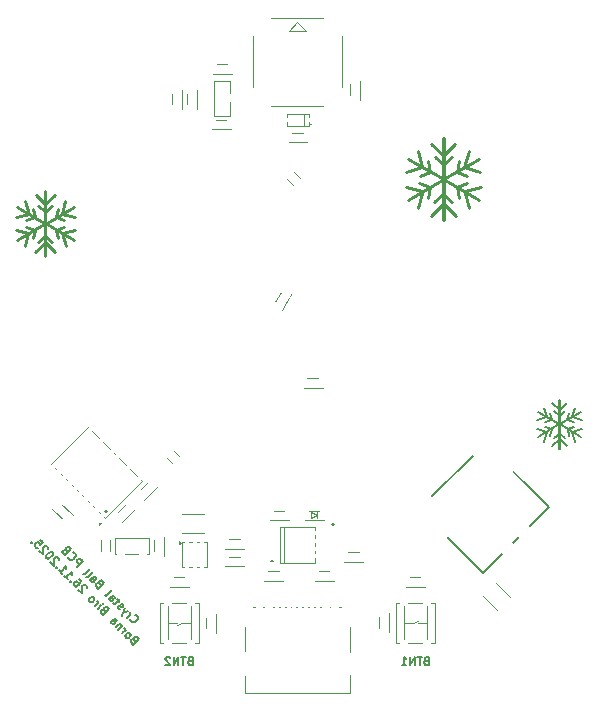
<source format=gbo>
G04 #@! TF.GenerationSoftware,KiCad,Pcbnew,9.0.5*
G04 #@! TF.CreationDate,2025-11-30T01:11:54+01:00*
G04 #@! TF.ProjectId,xmasCrystalBall,786d6173-4372-4797-9374-616c42616c6c,rev?*
G04 #@! TF.SameCoordinates,Original*
G04 #@! TF.FileFunction,Legend,Bot*
G04 #@! TF.FilePolarity,Positive*
%FSLAX46Y46*%
G04 Gerber Fmt 4.6, Leading zero omitted, Abs format (unit mm)*
G04 Created by KiCad (PCBNEW 9.0.5) date 2025-11-30 01:11:54*
%MOMM*%
%LPD*%
G01*
G04 APERTURE LIST*
G04 Aperture macros list*
%AMRoundRect*
0 Rectangle with rounded corners*
0 $1 Rounding radius*
0 $2 $3 $4 $5 $6 $7 $8 $9 X,Y pos of 4 corners*
0 Add a 4 corners polygon primitive as box body*
4,1,4,$2,$3,$4,$5,$6,$7,$8,$9,$2,$3,0*
0 Add four circle primitives for the rounded corners*
1,1,$1+$1,$2,$3*
1,1,$1+$1,$4,$5*
1,1,$1+$1,$6,$7*
1,1,$1+$1,$8,$9*
0 Add four rect primitives between the rounded corners*
20,1,$1+$1,$2,$3,$4,$5,0*
20,1,$1+$1,$4,$5,$6,$7,0*
20,1,$1+$1,$6,$7,$8,$9,0*
20,1,$1+$1,$8,$9,$2,$3,0*%
%AMRotRect*
0 Rectangle, with rotation*
0 The origin of the aperture is its center*
0 $1 length*
0 $2 width*
0 $3 Rotation angle, in degrees counterclockwise*
0 Add horizontal line*
21,1,$1,$2,0,0,$3*%
G04 Aperture macros list end*
%ADD10C,0.162718*%
%ADD11C,0.216958*%
%ADD12C,0.271197*%
%ADD13C,0.271198*%
%ADD14C,0.175000*%
%ADD15C,0.100000*%
%ADD16C,0.127000*%
%ADD17C,0.200000*%
%ADD18C,1.500000*%
%ADD19RotRect,0.800000X0.950000X135.000000*%
%ADD20R,0.800000X0.950000*%
%ADD21R,0.800000X0.900000*%
%ADD22RoundRect,0.102000X-0.883883X1.590990X-1.590990X0.883883X0.883883X-1.590990X1.590990X-0.883883X0*%
%ADD23RoundRect,0.102000X-0.671751X1.732412X-1.732412X0.671751X0.671751X-1.732412X1.732412X-0.671751X0*%
%ADD24RotRect,1.350000X0.400000X45.000000*%
%ADD25R,0.950000X0.800000*%
%ADD26RotRect,0.800000X0.950000X315.000000*%
%ADD27R,1.125000X1.750000*%
%ADD28RotRect,1.125000X1.750000X135.000000*%
%ADD29R,0.590000X0.450000*%
%ADD30C,0.100000*%
%ADD31R,0.300000X1.140000*%
%ADD32O,1.200000X2.000000*%
%ADD33O,1.200000X2.300000*%
%ADD34RotRect,0.800000X0.950000X225.000000*%
%ADD35R,1.400000X0.450000*%
%ADD36R,1.880000X2.000000*%
%ADD37R,0.700000X1.100000*%
%ADD38R,0.250000X0.700000*%
%ADD39R,0.300000X0.450000*%
%ADD40R,1.600000X1.000000*%
%ADD41R,0.900000X0.800000*%
%ADD42RotRect,0.800000X0.950000X60.000000*%
%ADD43R,1.800000X1.800000*%
G04 APERTURE END LIST*
D10*
X164232999Y-101363364D02*
X166032868Y-102401160D01*
D11*
X120086038Y-86783604D02*
X122401782Y-85427451D01*
X123396438Y-84873263D02*
X123545472Y-84128092D01*
D12*
X155087268Y-81006676D02*
X154900970Y-80075211D01*
X156963784Y-83574140D02*
X156204583Y-82923398D01*
D11*
X123542600Y-86652571D02*
X123406562Y-85897782D01*
D10*
X166052673Y-100331564D02*
X166052673Y-104494783D01*
D12*
X156257432Y-79554069D02*
X157221014Y-78612514D01*
X155161671Y-84711293D02*
X156138513Y-83756538D01*
D11*
X123922946Y-84554956D02*
X124209690Y-83466226D01*
X124919127Y-86783602D02*
X122603389Y-85427450D01*
X120891270Y-85126736D02*
X121608729Y-84873264D01*
D12*
X159345895Y-80998228D02*
X157980040Y-80608791D01*
D11*
X120089579Y-83992409D02*
X122388711Y-85318077D01*
D10*
X166032829Y-100331564D02*
X166032829Y-104494783D01*
D11*
X121668251Y-87836958D02*
X122449724Y-87073154D01*
D10*
X166713143Y-102024005D02*
X166824919Y-101465126D01*
X166498270Y-103564484D02*
X166042750Y-103174038D01*
D11*
X122515812Y-82616676D02*
X122515811Y-88167634D01*
D12*
X159220840Y-79905605D02*
X156346929Y-81562691D01*
D11*
X125026251Y-85907922D02*
X123936432Y-86198243D01*
X121462564Y-86652572D02*
X121598603Y-85897782D01*
D10*
X164834267Y-102214109D02*
X165372362Y-102024005D01*
X167935503Y-102799999D02*
X167118138Y-103017740D01*
D11*
X121082220Y-84554958D02*
X120795475Y-83466227D01*
D10*
X167251235Y-102214109D02*
X166713143Y-102024005D01*
D12*
X153183905Y-83394601D02*
X156078584Y-81699409D01*
D11*
X122560371Y-84318070D02*
X123084543Y-83862444D01*
X122489353Y-82616676D02*
X122489353Y-88167634D01*
X122444792Y-84318069D02*
X121920621Y-83862446D01*
D12*
X156221122Y-78185941D02*
X156221122Y-85124639D01*
X157321906Y-81006676D02*
X157508198Y-80075211D01*
D13*
X156276822Y-80312683D02*
X156932037Y-79743150D01*
D11*
X119989535Y-84866508D02*
X121082220Y-84554958D01*
D10*
X164977480Y-101785275D02*
X164762421Y-100968727D01*
D12*
X154190445Y-81323516D02*
X155087268Y-81006676D01*
X153063276Y-80998230D02*
X154429133Y-80608792D01*
X158234218Y-81969480D02*
X157334560Y-82287324D01*
D10*
X166052673Y-104494783D02*
X166032829Y-104494783D01*
D11*
X124113893Y-85126736D02*
X123396438Y-84873263D01*
X122489353Y-88167634D02*
X122515811Y-88167634D01*
D12*
X157247498Y-84711296D02*
X156270660Y-83756533D01*
D11*
X124126288Y-85643508D02*
X123406562Y-85897782D01*
X120788527Y-87319063D02*
X121068732Y-86198243D01*
D12*
X154904562Y-83230811D02*
X155074612Y-82287323D01*
D10*
X167108024Y-101785274D02*
X167323082Y-100968726D01*
D12*
X156188049Y-78185941D02*
X156188049Y-85124639D01*
X157504608Y-83230810D02*
X157334560Y-82287324D01*
D10*
X166822765Y-103358486D02*
X166720735Y-102792394D01*
D11*
X120878877Y-85643509D02*
X121598603Y-85897782D01*
D12*
X157980040Y-80608791D02*
X158338469Y-79247878D01*
D10*
X166042752Y-101183423D02*
X165432893Y-100587507D01*
D12*
X154062016Y-84063924D02*
X154386501Y-82765984D01*
D10*
X166042752Y-101645284D02*
X165606280Y-101265891D01*
X167855160Y-103456759D02*
X166052638Y-102401159D01*
X164757210Y-103858354D02*
X164967364Y-103017740D01*
D12*
X156132348Y-80312682D02*
X155477134Y-79743153D01*
D11*
X122502584Y-83752489D02*
X123315725Y-82957934D01*
D10*
X165372362Y-102024005D02*
X165260582Y-101465127D01*
D11*
X121608729Y-84873264D02*
X121459690Y-84128092D01*
D10*
X167328293Y-103858355D02*
X167118138Y-103017740D01*
D12*
X154174954Y-81969482D02*
X155074612Y-82287323D01*
D11*
X123336913Y-87836960D02*
X122555442Y-87073150D01*
D13*
X159359172Y-82299999D02*
X158007274Y-82660135D01*
D10*
X164824972Y-102601689D02*
X165364768Y-102792393D01*
D11*
X125015630Y-84866506D02*
X123922946Y-84554956D01*
D10*
X164150000Y-102800000D02*
X164967364Y-103017740D01*
D13*
X158347155Y-84063925D02*
X158022669Y-82765984D01*
D10*
X166668499Y-104246778D02*
X166042753Y-103635173D01*
D11*
X123109941Y-86927236D02*
X122502581Y-86406641D01*
D10*
X167852504Y-101363363D02*
X166052638Y-102401159D01*
D12*
X158218724Y-81323516D02*
X157321906Y-81006676D01*
D10*
X165587234Y-103564484D02*
X166042750Y-103174038D01*
X167260531Y-102601688D02*
X166720735Y-102792394D01*
X165262737Y-103358486D02*
X165364768Y-102792393D01*
X167927537Y-102018937D02*
X167108024Y-101785274D01*
D12*
X159225266Y-83394599D02*
X156330594Y-81699409D01*
D10*
X166042752Y-101183423D02*
X166652608Y-100587508D01*
D12*
X156188049Y-85124639D02*
X156221122Y-85124639D01*
X156151742Y-79554068D02*
X155188156Y-78612512D01*
D10*
X164230343Y-103456760D02*
X166032868Y-102401160D01*
X166032829Y-100331564D02*
X166052673Y-100331564D01*
D11*
X124216638Y-87319063D02*
X123936432Y-86198243D01*
X119978914Y-85907924D02*
X121068732Y-86198243D01*
X122502584Y-83752489D02*
X121689439Y-82957933D01*
D12*
X153188331Y-79905607D02*
X156062246Y-81562692D01*
D10*
X165417003Y-104246776D02*
X166042753Y-103635173D01*
D11*
X124915586Y-83992407D02*
X122616457Y-85318076D01*
D10*
X164157966Y-102018938D02*
X164977480Y-101785275D01*
D12*
X155445390Y-83574140D02*
X156204583Y-82923398D01*
X156221122Y-78185941D02*
X156188049Y-78185941D01*
D11*
X122515812Y-82616676D02*
X122489353Y-82616676D01*
D12*
X154429133Y-80608792D02*
X154070701Y-79247879D01*
D11*
X121895226Y-86927236D02*
X122502581Y-86406641D01*
D12*
X153050000Y-82300000D02*
X154401900Y-82660137D01*
D10*
X166042752Y-101645284D02*
X166479222Y-101265890D01*
D14*
X130035081Y-120611636D02*
X129940800Y-120564496D01*
X129940800Y-120564496D02*
X129893660Y-120564496D01*
X129893660Y-120564496D02*
X129822949Y-120588066D01*
X129822949Y-120588066D02*
X129752239Y-120658777D01*
X129752239Y-120658777D02*
X129728668Y-120729488D01*
X129728668Y-120729488D02*
X129728668Y-120776628D01*
X129728668Y-120776628D02*
X129752239Y-120847339D01*
X129752239Y-120847339D02*
X129940800Y-121035900D01*
X129940800Y-121035900D02*
X130435775Y-120540926D01*
X130435775Y-120540926D02*
X130270783Y-120375934D01*
X130270783Y-120375934D02*
X130200073Y-120352364D01*
X130200073Y-120352364D02*
X130152932Y-120352364D01*
X130152932Y-120352364D02*
X130082222Y-120375934D01*
X130082222Y-120375934D02*
X130035081Y-120423075D01*
X130035081Y-120423075D02*
X130011511Y-120493785D01*
X130011511Y-120493785D02*
X130011511Y-120540926D01*
X130011511Y-120540926D02*
X130035081Y-120611636D01*
X130035081Y-120611636D02*
X130200073Y-120776628D01*
X129375115Y-120470215D02*
X129445826Y-120493785D01*
X129445826Y-120493785D02*
X129492966Y-120493785D01*
X129492966Y-120493785D02*
X129563677Y-120470215D01*
X129563677Y-120470215D02*
X129705098Y-120328794D01*
X129705098Y-120328794D02*
X129728668Y-120258083D01*
X129728668Y-120258083D02*
X129728668Y-120210943D01*
X129728668Y-120210943D02*
X129705098Y-120140232D01*
X129705098Y-120140232D02*
X129634387Y-120069521D01*
X129634387Y-120069521D02*
X129563677Y-120045951D01*
X129563677Y-120045951D02*
X129516536Y-120045951D01*
X129516536Y-120045951D02*
X129445826Y-120069521D01*
X129445826Y-120069521D02*
X129304404Y-120210943D01*
X129304404Y-120210943D02*
X129280834Y-120281653D01*
X129280834Y-120281653D02*
X129280834Y-120328794D01*
X129280834Y-120328794D02*
X129304404Y-120399504D01*
X129304404Y-120399504D02*
X129375115Y-120470215D01*
X128997992Y-120093092D02*
X129327975Y-119763108D01*
X129233694Y-119857389D02*
X129257264Y-119786679D01*
X129257264Y-119786679D02*
X129257264Y-119739538D01*
X129257264Y-119739538D02*
X129233694Y-119668828D01*
X129233694Y-119668828D02*
X129186553Y-119621687D01*
X129021562Y-119456696D02*
X128691579Y-119786679D01*
X128974422Y-119503836D02*
X128974422Y-119456696D01*
X128974422Y-119456696D02*
X128950851Y-119385985D01*
X128950851Y-119385985D02*
X128880141Y-119315274D01*
X128880141Y-119315274D02*
X128809430Y-119291704D01*
X128809430Y-119291704D02*
X128738719Y-119315274D01*
X128738719Y-119315274D02*
X128479447Y-119574547D01*
X128031613Y-119126713D02*
X128290885Y-118867440D01*
X128290885Y-118867440D02*
X128361596Y-118843870D01*
X128361596Y-118843870D02*
X128432307Y-118867440D01*
X128432307Y-118867440D02*
X128526587Y-118961721D01*
X128526587Y-118961721D02*
X128550158Y-119032432D01*
X128055183Y-119103143D02*
X128078753Y-119173853D01*
X128078753Y-119173853D02*
X128196604Y-119291704D01*
X128196604Y-119291704D02*
X128267315Y-119315275D01*
X128267315Y-119315275D02*
X128338026Y-119291704D01*
X128338026Y-119291704D02*
X128385166Y-119244564D01*
X128385166Y-119244564D02*
X128408736Y-119173853D01*
X128408736Y-119173853D02*
X128385166Y-119103143D01*
X128385166Y-119103143D02*
X128267315Y-118985292D01*
X128267315Y-118985292D02*
X128243745Y-118914581D01*
X127513068Y-118089623D02*
X127418787Y-118042483D01*
X127418787Y-118042483D02*
X127371647Y-118042483D01*
X127371647Y-118042483D02*
X127300936Y-118066053D01*
X127300936Y-118066053D02*
X127230226Y-118136764D01*
X127230226Y-118136764D02*
X127206655Y-118207475D01*
X127206655Y-118207475D02*
X127206655Y-118254615D01*
X127206655Y-118254615D02*
X127230226Y-118325326D01*
X127230226Y-118325326D02*
X127418787Y-118513887D01*
X127418787Y-118513887D02*
X127913762Y-118018913D01*
X127913762Y-118018913D02*
X127748770Y-117853921D01*
X127748770Y-117853921D02*
X127678060Y-117830351D01*
X127678060Y-117830351D02*
X127630919Y-117830351D01*
X127630919Y-117830351D02*
X127560209Y-117853921D01*
X127560209Y-117853921D02*
X127513068Y-117901062D01*
X127513068Y-117901062D02*
X127489498Y-117971772D01*
X127489498Y-117971772D02*
X127489498Y-118018913D01*
X127489498Y-118018913D02*
X127513068Y-118089623D01*
X127513068Y-118089623D02*
X127678060Y-118254615D01*
X126923813Y-118018913D02*
X127253796Y-117688930D01*
X127418787Y-117523938D02*
X127418787Y-117571078D01*
X127418787Y-117571078D02*
X127371647Y-117571078D01*
X127371647Y-117571078D02*
X127371647Y-117523938D01*
X127371647Y-117523938D02*
X127418787Y-117523938D01*
X127418787Y-117523938D02*
X127371647Y-117571078D01*
X126688111Y-117783211D02*
X127018094Y-117453228D01*
X126923813Y-117547508D02*
X126947383Y-117476798D01*
X126947383Y-117476798D02*
X126947383Y-117429657D01*
X126947383Y-117429657D02*
X126923813Y-117358947D01*
X126923813Y-117358947D02*
X126876672Y-117311806D01*
X126310987Y-117406087D02*
X126381698Y-117429658D01*
X126381698Y-117429658D02*
X126428838Y-117429658D01*
X126428838Y-117429658D02*
X126499549Y-117406087D01*
X126499549Y-117406087D02*
X126640970Y-117264666D01*
X126640970Y-117264666D02*
X126664541Y-117193955D01*
X126664541Y-117193955D02*
X126664541Y-117146815D01*
X126664541Y-117146815D02*
X126640970Y-117076104D01*
X126640970Y-117076104D02*
X126570260Y-117005393D01*
X126570260Y-117005393D02*
X126499549Y-116981823D01*
X126499549Y-116981823D02*
X126452409Y-116981823D01*
X126452409Y-116981823D02*
X126381698Y-117005393D01*
X126381698Y-117005393D02*
X126240276Y-117146815D01*
X126240276Y-117146815D02*
X126216706Y-117217525D01*
X126216706Y-117217525D02*
X126216706Y-117264666D01*
X126216706Y-117264666D02*
X126240276Y-117335377D01*
X126240276Y-117335377D02*
X126310987Y-117406087D01*
X126028145Y-116227576D02*
X126028145Y-116180436D01*
X126028145Y-116180436D02*
X126004575Y-116109725D01*
X126004575Y-116109725D02*
X125886724Y-115991874D01*
X125886724Y-115991874D02*
X125816013Y-115968304D01*
X125816013Y-115968304D02*
X125768872Y-115968304D01*
X125768872Y-115968304D02*
X125698162Y-115991874D01*
X125698162Y-115991874D02*
X125651021Y-116039015D01*
X125651021Y-116039015D02*
X125603881Y-116133296D01*
X125603881Y-116133296D02*
X125603881Y-116698981D01*
X125603881Y-116698981D02*
X125297468Y-116392568D01*
X125368178Y-115473329D02*
X125462459Y-115567610D01*
X125462459Y-115567610D02*
X125486029Y-115638321D01*
X125486029Y-115638321D02*
X125486029Y-115685461D01*
X125486029Y-115685461D02*
X125462459Y-115803312D01*
X125462459Y-115803312D02*
X125391749Y-115921163D01*
X125391749Y-115921163D02*
X125203187Y-116109725D01*
X125203187Y-116109725D02*
X125132476Y-116133295D01*
X125132476Y-116133295D02*
X125085336Y-116133295D01*
X125085336Y-116133295D02*
X125014625Y-116109725D01*
X125014625Y-116109725D02*
X124920344Y-116015444D01*
X124920344Y-116015444D02*
X124896774Y-115944734D01*
X124896774Y-115944734D02*
X124896774Y-115897593D01*
X124896774Y-115897593D02*
X124920344Y-115826882D01*
X124920344Y-115826882D02*
X125038195Y-115709031D01*
X125038195Y-115709031D02*
X125108906Y-115685461D01*
X125108906Y-115685461D02*
X125156046Y-115685461D01*
X125156046Y-115685461D02*
X125226757Y-115709031D01*
X125226757Y-115709031D02*
X125321038Y-115803312D01*
X125321038Y-115803312D02*
X125344608Y-115874023D01*
X125344608Y-115874023D02*
X125344608Y-115921163D01*
X125344608Y-115921163D02*
X125321038Y-115991874D01*
X124661071Y-115661891D02*
X124613931Y-115661891D01*
X124613931Y-115661891D02*
X124613931Y-115709031D01*
X124613931Y-115709031D02*
X124661071Y-115709031D01*
X124661071Y-115709031D02*
X124661071Y-115661891D01*
X124661071Y-115661891D02*
X124613931Y-115709031D01*
X124118956Y-115214057D02*
X124401799Y-115496899D01*
X124260378Y-115355478D02*
X124755352Y-114860503D01*
X124755352Y-114860503D02*
X124731782Y-114978354D01*
X124731782Y-114978354D02*
X124731782Y-115072635D01*
X124731782Y-115072635D02*
X124755352Y-115143346D01*
X123647552Y-114742652D02*
X123930394Y-115025494D01*
X123788973Y-114884073D02*
X124283948Y-114389098D01*
X124283948Y-114389098D02*
X124260377Y-114506950D01*
X124260377Y-114506950D02*
X124260377Y-114601230D01*
X124260377Y-114601230D02*
X124283948Y-114671941D01*
X123482560Y-114483379D02*
X123435419Y-114483379D01*
X123435419Y-114483379D02*
X123435419Y-114530519D01*
X123435419Y-114530519D02*
X123482560Y-114530519D01*
X123482560Y-114530519D02*
X123482560Y-114483379D01*
X123482560Y-114483379D02*
X123435419Y-114530519D01*
X123671122Y-113870553D02*
X123671122Y-113823413D01*
X123671122Y-113823413D02*
X123647552Y-113752702D01*
X123647552Y-113752702D02*
X123529700Y-113634851D01*
X123529700Y-113634851D02*
X123458990Y-113611281D01*
X123458990Y-113611281D02*
X123411849Y-113611281D01*
X123411849Y-113611281D02*
X123341139Y-113634851D01*
X123341139Y-113634851D02*
X123293998Y-113681992D01*
X123293998Y-113681992D02*
X123246858Y-113776272D01*
X123246858Y-113776272D02*
X123246858Y-114341958D01*
X123246858Y-114341958D02*
X122940445Y-114035545D01*
X123129006Y-113234157D02*
X123081866Y-113187017D01*
X123081866Y-113187017D02*
X123011155Y-113163446D01*
X123011155Y-113163446D02*
X122964015Y-113163446D01*
X122964015Y-113163446D02*
X122893304Y-113187017D01*
X122893304Y-113187017D02*
X122775453Y-113257727D01*
X122775453Y-113257727D02*
X122657602Y-113375578D01*
X122657602Y-113375578D02*
X122586891Y-113493430D01*
X122586891Y-113493430D02*
X122563321Y-113564140D01*
X122563321Y-113564140D02*
X122563321Y-113611281D01*
X122563321Y-113611281D02*
X122586891Y-113681991D01*
X122586891Y-113681991D02*
X122634032Y-113729132D01*
X122634032Y-113729132D02*
X122704742Y-113752702D01*
X122704742Y-113752702D02*
X122751883Y-113752702D01*
X122751883Y-113752702D02*
X122822593Y-113729132D01*
X122822593Y-113729132D02*
X122940445Y-113658421D01*
X122940445Y-113658421D02*
X123058296Y-113540570D01*
X123058296Y-113540570D02*
X123129006Y-113422719D01*
X123129006Y-113422719D02*
X123152577Y-113352008D01*
X123152577Y-113352008D02*
X123152577Y-113304868D01*
X123152577Y-113304868D02*
X123129006Y-113234157D01*
X122728312Y-112927744D02*
X122728312Y-112880603D01*
X122728312Y-112880603D02*
X122704742Y-112809893D01*
X122704742Y-112809893D02*
X122586891Y-112692042D01*
X122586891Y-112692042D02*
X122516180Y-112668471D01*
X122516180Y-112668471D02*
X122469040Y-112668471D01*
X122469040Y-112668471D02*
X122398329Y-112692042D01*
X122398329Y-112692042D02*
X122351189Y-112739182D01*
X122351189Y-112739182D02*
X122304048Y-112833463D01*
X122304048Y-112833463D02*
X122304048Y-113399148D01*
X122304048Y-113399148D02*
X121997635Y-113092735D01*
X122044776Y-112149926D02*
X122280478Y-112385628D01*
X122280478Y-112385628D02*
X122068346Y-112644901D01*
X122068346Y-112644901D02*
X122068346Y-112597760D01*
X122068346Y-112597760D02*
X122044776Y-112527050D01*
X122044776Y-112527050D02*
X121926924Y-112409199D01*
X121926924Y-112409199D02*
X121856214Y-112385628D01*
X121856214Y-112385628D02*
X121809073Y-112385628D01*
X121809073Y-112385628D02*
X121738363Y-112409199D01*
X121738363Y-112409199D02*
X121620511Y-112527050D01*
X121620511Y-112527050D02*
X121596941Y-112597760D01*
X121596941Y-112597760D02*
X121596941Y-112644901D01*
X121596941Y-112644901D02*
X121620511Y-112715612D01*
X121620511Y-112715612D02*
X121738363Y-112833463D01*
X121738363Y-112833463D02*
X121809073Y-112857033D01*
X121809073Y-112857033D02*
X121856214Y-112857033D01*
X121361239Y-112362058D02*
X121314098Y-112362058D01*
X121314098Y-112362058D02*
X121314098Y-112409198D01*
X121314098Y-112409198D02*
X121361239Y-112409198D01*
X121361239Y-112409198D02*
X121361239Y-112362058D01*
X121361239Y-112362058D02*
X121314098Y-112409198D01*
X154766666Y-122398066D02*
X154666666Y-122431400D01*
X154666666Y-122431400D02*
X154633332Y-122464733D01*
X154633332Y-122464733D02*
X154599999Y-122531400D01*
X154599999Y-122531400D02*
X154599999Y-122631400D01*
X154599999Y-122631400D02*
X154633332Y-122698066D01*
X154633332Y-122698066D02*
X154666666Y-122731400D01*
X154666666Y-122731400D02*
X154733332Y-122764733D01*
X154733332Y-122764733D02*
X154999999Y-122764733D01*
X154999999Y-122764733D02*
X154999999Y-122064733D01*
X154999999Y-122064733D02*
X154766666Y-122064733D01*
X154766666Y-122064733D02*
X154699999Y-122098066D01*
X154699999Y-122098066D02*
X154666666Y-122131400D01*
X154666666Y-122131400D02*
X154633332Y-122198066D01*
X154633332Y-122198066D02*
X154633332Y-122264733D01*
X154633332Y-122264733D02*
X154666666Y-122331400D01*
X154666666Y-122331400D02*
X154699999Y-122364733D01*
X154699999Y-122364733D02*
X154766666Y-122398066D01*
X154766666Y-122398066D02*
X154999999Y-122398066D01*
X154399999Y-122064733D02*
X153999999Y-122064733D01*
X154199999Y-122764733D02*
X154199999Y-122064733D01*
X153766666Y-122764733D02*
X153766666Y-122064733D01*
X153766666Y-122064733D02*
X153366666Y-122764733D01*
X153366666Y-122764733D02*
X153366666Y-122064733D01*
X152666666Y-122764733D02*
X153066666Y-122764733D01*
X152866666Y-122764733D02*
X152866666Y-122064733D01*
X152866666Y-122064733D02*
X152933333Y-122164733D01*
X152933333Y-122164733D02*
X153000000Y-122231400D01*
X153000000Y-122231400D02*
X153066666Y-122264733D01*
X129708736Y-118909555D02*
X129708736Y-118956696D01*
X129708736Y-118956696D02*
X129755876Y-119050976D01*
X129755876Y-119050976D02*
X129803017Y-119098117D01*
X129803017Y-119098117D02*
X129897298Y-119145257D01*
X129897298Y-119145257D02*
X129991579Y-119145257D01*
X129991579Y-119145257D02*
X130062289Y-119121687D01*
X130062289Y-119121687D02*
X130180140Y-119050976D01*
X130180140Y-119050976D02*
X130250851Y-118980266D01*
X130250851Y-118980266D02*
X130321562Y-118862415D01*
X130321562Y-118862415D02*
X130345132Y-118791704D01*
X130345132Y-118791704D02*
X130345132Y-118697423D01*
X130345132Y-118697423D02*
X130297992Y-118603142D01*
X130297992Y-118603142D02*
X130250851Y-118556002D01*
X130250851Y-118556002D02*
X130156570Y-118508861D01*
X130156570Y-118508861D02*
X130109430Y-118508861D01*
X129449463Y-118744564D02*
X129779447Y-118414580D01*
X129685166Y-118508861D02*
X129708736Y-118438151D01*
X129708736Y-118438151D02*
X129708736Y-118391010D01*
X129708736Y-118391010D02*
X129685166Y-118320299D01*
X129685166Y-118320299D02*
X129638025Y-118273159D01*
X129520174Y-118155308D02*
X129072340Y-118367440D01*
X129284472Y-117919606D02*
X129072340Y-118367440D01*
X129072340Y-118367440D02*
X129001629Y-118532432D01*
X129001629Y-118532432D02*
X129001629Y-118579572D01*
X129001629Y-118579572D02*
X129025200Y-118650283D01*
X128813068Y-118061027D02*
X128742357Y-118037457D01*
X128742357Y-118037457D02*
X128648076Y-117943176D01*
X128648076Y-117943176D02*
X128624506Y-117872466D01*
X128624506Y-117872466D02*
X128648076Y-117801755D01*
X128648076Y-117801755D02*
X128671646Y-117778185D01*
X128671646Y-117778185D02*
X128742357Y-117754615D01*
X128742357Y-117754615D02*
X128813068Y-117778185D01*
X128813068Y-117778185D02*
X128883778Y-117848895D01*
X128883778Y-117848895D02*
X128954489Y-117872466D01*
X128954489Y-117872466D02*
X129025200Y-117848895D01*
X129025200Y-117848895D02*
X129048770Y-117825325D01*
X129048770Y-117825325D02*
X129072340Y-117754615D01*
X129072340Y-117754615D02*
X129048770Y-117683904D01*
X129048770Y-117683904D02*
X128978059Y-117613193D01*
X128978059Y-117613193D02*
X128907349Y-117589623D01*
X128765927Y-117401061D02*
X128577365Y-117212499D01*
X128860208Y-117165359D02*
X128435944Y-117589623D01*
X128435944Y-117589623D02*
X128365233Y-117613193D01*
X128365233Y-117613193D02*
X128294523Y-117589623D01*
X128294523Y-117589623D02*
X128247382Y-117542482D01*
X127870258Y-117165359D02*
X128129531Y-116906086D01*
X128129531Y-116906086D02*
X128200242Y-116882516D01*
X128200242Y-116882516D02*
X128270952Y-116906086D01*
X128270952Y-116906086D02*
X128365233Y-117000367D01*
X128365233Y-117000367D02*
X128388803Y-117071078D01*
X127893829Y-117141788D02*
X127917399Y-117212499D01*
X127917399Y-117212499D02*
X128035250Y-117330350D01*
X128035250Y-117330350D02*
X128105961Y-117353920D01*
X128105961Y-117353920D02*
X128176671Y-117330350D01*
X128176671Y-117330350D02*
X128223812Y-117283210D01*
X128223812Y-117283210D02*
X128247382Y-117212499D01*
X128247382Y-117212499D02*
X128223812Y-117141788D01*
X128223812Y-117141788D02*
X128105961Y-117023937D01*
X128105961Y-117023937D02*
X128082391Y-116953227D01*
X127563846Y-116858946D02*
X127634556Y-116882516D01*
X127634556Y-116882516D02*
X127705267Y-116858946D01*
X127705267Y-116858946D02*
X128129531Y-116434682D01*
X127092441Y-115868996D02*
X126998160Y-115821856D01*
X126998160Y-115821856D02*
X126951020Y-115821856D01*
X126951020Y-115821856D02*
X126880309Y-115845426D01*
X126880309Y-115845426D02*
X126809599Y-115916137D01*
X126809599Y-115916137D02*
X126786028Y-115986848D01*
X126786028Y-115986848D02*
X126786028Y-116033988D01*
X126786028Y-116033988D02*
X126809599Y-116104699D01*
X126809599Y-116104699D02*
X126998160Y-116293260D01*
X126998160Y-116293260D02*
X127493135Y-115798286D01*
X127493135Y-115798286D02*
X127328144Y-115633294D01*
X127328144Y-115633294D02*
X127257433Y-115609724D01*
X127257433Y-115609724D02*
X127210292Y-115609724D01*
X127210292Y-115609724D02*
X127139582Y-115633294D01*
X127139582Y-115633294D02*
X127092441Y-115680435D01*
X127092441Y-115680435D02*
X127068871Y-115751145D01*
X127068871Y-115751145D02*
X127068871Y-115798286D01*
X127068871Y-115798286D02*
X127092441Y-115868996D01*
X127092441Y-115868996D02*
X127257433Y-116033988D01*
X126291054Y-115586154D02*
X126550326Y-115326881D01*
X126550326Y-115326881D02*
X126621037Y-115303311D01*
X126621037Y-115303311D02*
X126691747Y-115326881D01*
X126691747Y-115326881D02*
X126786028Y-115421162D01*
X126786028Y-115421162D02*
X126809599Y-115491873D01*
X126314624Y-115562583D02*
X126338194Y-115633294D01*
X126338194Y-115633294D02*
X126456045Y-115751145D01*
X126456045Y-115751145D02*
X126526756Y-115774716D01*
X126526756Y-115774716D02*
X126597466Y-115751145D01*
X126597466Y-115751145D02*
X126644607Y-115704005D01*
X126644607Y-115704005D02*
X126668177Y-115633294D01*
X126668177Y-115633294D02*
X126644607Y-115562583D01*
X126644607Y-115562583D02*
X126526756Y-115444732D01*
X126526756Y-115444732D02*
X126503186Y-115374022D01*
X125984641Y-115279741D02*
X126055352Y-115303311D01*
X126055352Y-115303311D02*
X126126062Y-115279741D01*
X126126062Y-115279741D02*
X126550326Y-114855477D01*
X125725368Y-115020468D02*
X125796079Y-115044039D01*
X125796079Y-115044039D02*
X125866789Y-115020468D01*
X125866789Y-115020468D02*
X126291054Y-114596204D01*
X125159683Y-114454783D02*
X125654657Y-113959808D01*
X125654657Y-113959808D02*
X125466096Y-113771246D01*
X125466096Y-113771246D02*
X125395385Y-113747676D01*
X125395385Y-113747676D02*
X125348245Y-113747676D01*
X125348245Y-113747676D02*
X125277534Y-113771246D01*
X125277534Y-113771246D02*
X125206823Y-113841957D01*
X125206823Y-113841957D02*
X125183253Y-113912668D01*
X125183253Y-113912668D02*
X125183253Y-113959808D01*
X125183253Y-113959808D02*
X125206823Y-114030519D01*
X125206823Y-114030519D02*
X125395385Y-114219081D01*
X124429006Y-113629825D02*
X124429006Y-113676965D01*
X124429006Y-113676965D02*
X124476146Y-113771246D01*
X124476146Y-113771246D02*
X124523287Y-113818387D01*
X124523287Y-113818387D02*
X124617568Y-113865527D01*
X124617568Y-113865527D02*
X124711848Y-113865527D01*
X124711848Y-113865527D02*
X124782559Y-113841957D01*
X124782559Y-113841957D02*
X124900410Y-113771246D01*
X124900410Y-113771246D02*
X124971121Y-113700536D01*
X124971121Y-113700536D02*
X125041832Y-113582684D01*
X125041832Y-113582684D02*
X125065402Y-113511974D01*
X125065402Y-113511974D02*
X125065402Y-113417693D01*
X125065402Y-113417693D02*
X125018261Y-113323412D01*
X125018261Y-113323412D02*
X124971121Y-113276272D01*
X124971121Y-113276272D02*
X124876840Y-113229131D01*
X124876840Y-113229131D02*
X124829700Y-113229131D01*
X124264014Y-113040569D02*
X124169733Y-112993429D01*
X124169733Y-112993429D02*
X124122593Y-112993429D01*
X124122593Y-112993429D02*
X124051882Y-113016999D01*
X124051882Y-113016999D02*
X123981171Y-113087710D01*
X123981171Y-113087710D02*
X123957601Y-113158420D01*
X123957601Y-113158420D02*
X123957601Y-113205561D01*
X123957601Y-113205561D02*
X123981171Y-113276272D01*
X123981171Y-113276272D02*
X124169733Y-113464833D01*
X124169733Y-113464833D02*
X124664708Y-112969859D01*
X124664708Y-112969859D02*
X124499716Y-112804867D01*
X124499716Y-112804867D02*
X124429006Y-112781297D01*
X124429006Y-112781297D02*
X124381865Y-112781297D01*
X124381865Y-112781297D02*
X124311155Y-112804867D01*
X124311155Y-112804867D02*
X124264014Y-112852007D01*
X124264014Y-112852007D02*
X124240444Y-112922718D01*
X124240444Y-112922718D02*
X124240444Y-112969859D01*
X124240444Y-112969859D02*
X124264014Y-113040569D01*
X124264014Y-113040569D02*
X124429006Y-113205561D01*
X134766666Y-122398066D02*
X134666666Y-122431400D01*
X134666666Y-122431400D02*
X134633332Y-122464733D01*
X134633332Y-122464733D02*
X134599999Y-122531400D01*
X134599999Y-122531400D02*
X134599999Y-122631400D01*
X134599999Y-122631400D02*
X134633332Y-122698066D01*
X134633332Y-122698066D02*
X134666666Y-122731400D01*
X134666666Y-122731400D02*
X134733332Y-122764733D01*
X134733332Y-122764733D02*
X134999999Y-122764733D01*
X134999999Y-122764733D02*
X134999999Y-122064733D01*
X134999999Y-122064733D02*
X134766666Y-122064733D01*
X134766666Y-122064733D02*
X134699999Y-122098066D01*
X134699999Y-122098066D02*
X134666666Y-122131400D01*
X134666666Y-122131400D02*
X134633332Y-122198066D01*
X134633332Y-122198066D02*
X134633332Y-122264733D01*
X134633332Y-122264733D02*
X134666666Y-122331400D01*
X134666666Y-122331400D02*
X134699999Y-122364733D01*
X134699999Y-122364733D02*
X134766666Y-122398066D01*
X134766666Y-122398066D02*
X134999999Y-122398066D01*
X134399999Y-122064733D02*
X133999999Y-122064733D01*
X134199999Y-122764733D02*
X134199999Y-122064733D01*
X133766666Y-122764733D02*
X133766666Y-122064733D01*
X133766666Y-122064733D02*
X133366666Y-122764733D01*
X133366666Y-122764733D02*
X133366666Y-122064733D01*
X133066666Y-122131400D02*
X133033333Y-122098066D01*
X133033333Y-122098066D02*
X132966666Y-122064733D01*
X132966666Y-122064733D02*
X132800000Y-122064733D01*
X132800000Y-122064733D02*
X132733333Y-122098066D01*
X132733333Y-122098066D02*
X132700000Y-122131400D01*
X132700000Y-122131400D02*
X132666666Y-122198066D01*
X132666666Y-122198066D02*
X132666666Y-122264733D01*
X132666666Y-122264733D02*
X132700000Y-122364733D01*
X132700000Y-122364733D02*
X133100000Y-122764733D01*
X133100000Y-122764733D02*
X132666666Y-122764733D01*
D15*
X142692633Y-81325996D02*
X143824004Y-82457367D01*
X144407367Y-81874004D02*
X143275996Y-80742633D01*
X147825000Y-114062500D02*
X149425000Y-114062500D01*
X149425000Y-113237500D02*
X147825000Y-113237500D01*
X137750000Y-114412500D02*
X139350000Y-114412500D01*
X139350000Y-113587500D02*
X137750000Y-113587500D01*
X128390000Y-112050000D02*
X131310000Y-112050000D01*
X128390000Y-113350000D02*
X128390000Y-112050000D01*
X131310000Y-112050000D02*
X131310000Y-113350000D01*
X131310000Y-113350000D02*
X128390000Y-113350000D01*
D16*
X154161917Y-109598061D02*
X159748061Y-104011917D01*
X159535929Y-114972072D02*
X154161917Y-109598061D01*
X159748061Y-104011917D02*
X165122072Y-109385929D01*
X165122072Y-109385929D02*
X159535929Y-114972072D01*
D15*
X122996268Y-105707538D02*
X126107538Y-102596268D01*
X126107538Y-102596268D02*
X130703732Y-107192462D01*
X127062132Y-110763351D02*
X127062132Y-110904773D01*
X127062132Y-110904773D02*
X127203553Y-110763351D01*
X127203553Y-110763351D02*
X127062132Y-110763351D01*
X127592462Y-110303732D02*
X122996268Y-105707538D01*
X130703732Y-107192462D02*
X127592462Y-110303732D01*
D17*
X127727817Y-109773402D02*
G75*
G02*
X127527817Y-109773402I-100000J0D01*
G01*
X127527817Y-109773402D02*
G75*
G02*
X127727817Y-109773402I100000J0D01*
G01*
D15*
X127187500Y-111900000D02*
X127187500Y-113500000D01*
X128012500Y-113500000D02*
X128012500Y-111900000D01*
X141550000Y-110512500D02*
X143150000Y-110512500D01*
X143150000Y-109687500D02*
X141550000Y-109687500D01*
X132492633Y-104925996D02*
X133624004Y-106057367D01*
X134207367Y-105474004D02*
X133075996Y-104342633D01*
X133450000Y-111600000D02*
X136650000Y-111600000D01*
X136650000Y-110000000D02*
X133450000Y-110000000D01*
X136700000Y-72712500D02*
X138300000Y-72712500D01*
X138300000Y-71887500D02*
X136700000Y-71887500D01*
X159052944Y-116434315D02*
X161315685Y-118697056D01*
X162447056Y-117565685D02*
X160184315Y-115302944D01*
X143000000Y-76100000D02*
X144800000Y-76100000D01*
X143000000Y-77100000D02*
X143000000Y-76100000D01*
X144400000Y-77100000D02*
X144400000Y-76100000D01*
X144800000Y-76100000D02*
X144800000Y-77100000D01*
X144800000Y-77100000D02*
X143000000Y-77100000D01*
X145050000Y-77000000D02*
G75*
G02*
X144950000Y-77000000I-50000J0D01*
G01*
X144950000Y-77000000D02*
G75*
G02*
X145050000Y-77000000I50000J0D01*
G01*
X150787500Y-118400000D02*
X150787500Y-120000000D01*
X151612500Y-120000000D02*
X151612500Y-118400000D01*
X139380000Y-117825000D02*
X148320000Y-117825000D01*
X139380000Y-125175000D02*
X139380000Y-117825000D01*
X148320000Y-117825000D02*
X148320000Y-125175000D01*
X148320000Y-125175000D02*
X139380000Y-125175000D01*
X136625000Y-77412500D02*
X138225000Y-77412500D01*
X138225000Y-76587500D02*
X136625000Y-76587500D01*
X136137500Y-118450000D02*
X136137500Y-120050000D01*
X136962500Y-120050000D02*
X136962500Y-118450000D01*
X130875996Y-108757367D02*
X132007367Y-107625996D01*
X131424004Y-107042633D02*
X130292633Y-108174004D01*
X133237500Y-74100000D02*
X133237500Y-75700000D01*
X134062500Y-75700000D02*
X134062500Y-74100000D01*
X123092633Y-109525996D02*
X124224004Y-110657367D01*
X124807367Y-110074004D02*
X123675996Y-108942633D01*
X141550000Y-114000000D02*
X141650000Y-113900000D01*
X141650000Y-113900000D02*
X141750000Y-114000000D01*
X141750000Y-114000000D02*
X141550000Y-114000000D01*
X142350000Y-111100000D02*
X145350000Y-111100000D01*
X142350000Y-114100000D02*
X142350000Y-111100000D01*
X142750000Y-114100000D02*
X142750000Y-111100000D01*
X145350000Y-111100000D02*
X145350000Y-114100000D01*
X145350000Y-114100000D02*
X142350000Y-114100000D01*
X148337500Y-73300000D02*
X148337500Y-74900000D01*
X149162500Y-74900000D02*
X149162500Y-73300000D01*
X132175000Y-117525000D02*
X135525000Y-117525000D01*
X132175000Y-120875000D02*
X132175000Y-117525000D01*
X132850000Y-117525000D02*
X132850000Y-120875000D01*
X133650000Y-119200000D02*
X132850000Y-119200000D01*
X134050000Y-119200000D02*
X133650000Y-119400000D01*
X134050000Y-119200000D02*
X134850000Y-119200000D01*
X134850000Y-117525000D02*
X134850000Y-120875000D01*
X135525000Y-117525000D02*
X135525000Y-120875000D01*
X135525000Y-120875000D02*
X132175000Y-120875000D01*
X133850000Y-112300000D02*
X133850000Y-112500000D01*
X133850000Y-112500000D02*
X133950000Y-112400000D01*
X133950000Y-112400000D02*
X133850000Y-112300000D01*
X134100000Y-112350000D02*
X136200000Y-112350000D01*
X136200000Y-114450000D01*
X134100000Y-114450000D01*
X134100000Y-112350000D01*
X128975996Y-110657367D02*
X130107367Y-109525996D01*
X129524004Y-108942633D02*
X128392633Y-110074004D01*
X137750000Y-112912500D02*
X139350000Y-112912500D01*
X139350000Y-112087500D02*
X137750000Y-112087500D01*
X136800000Y-73340000D02*
X138100000Y-73340000D01*
X136800000Y-76260000D02*
X136800000Y-73340000D01*
X138100000Y-73340000D02*
X138100000Y-76260000D01*
X138100000Y-76260000D02*
X136800000Y-76260000D01*
X133050000Y-116162500D02*
X134650000Y-116162500D01*
X134650000Y-115337500D02*
X133050000Y-115337500D01*
X153050000Y-116162500D02*
X154650000Y-116162500D01*
X154650000Y-115337500D02*
X153050000Y-115337500D01*
X144512000Y-110509000D02*
X146112000Y-110509000D01*
X145038000Y-109842500D02*
X145546000Y-110096500D01*
X145038000Y-110350500D02*
X145038000Y-109842500D01*
X145546000Y-110096500D02*
X145038000Y-110350500D01*
X145546000Y-110350500D02*
X145546000Y-109842500D01*
X146112000Y-109684000D02*
X144512000Y-109684000D01*
D17*
X146974000Y-110858500D02*
G75*
G02*
X146774000Y-110858500I-100000J0D01*
G01*
X146774000Y-110858500D02*
G75*
G02*
X146974000Y-110858500I100000J0D01*
G01*
D15*
X131737500Y-111900000D02*
X131737500Y-113500000D01*
X132562500Y-113500000D02*
X132562500Y-111900000D01*
X134537500Y-74100000D02*
X134537500Y-75700000D01*
X135362500Y-75700000D02*
X135362500Y-74100000D01*
X152175000Y-117525000D02*
X155525000Y-117525000D01*
X152175000Y-120875000D02*
X152175000Y-117525000D01*
X152850000Y-120875000D02*
X152850000Y-117525000D01*
X153650000Y-119200000D02*
X152850000Y-119200000D01*
X153650000Y-119200000D02*
X154050000Y-119000000D01*
X154050000Y-119200000D02*
X154850000Y-119200000D01*
X154850000Y-120875000D02*
X154850000Y-117525000D01*
X155525000Y-117525000D02*
X155525000Y-120875000D01*
X155525000Y-120875000D02*
X152175000Y-120875000D01*
X144375000Y-99312500D02*
X145975000Y-99312500D01*
X145975000Y-98487500D02*
X144375000Y-98487500D01*
X141050000Y-115612500D02*
X142650000Y-115612500D01*
X142650000Y-114787500D02*
X141050000Y-114787500D01*
X142507235Y-92699070D02*
X143307235Y-91313431D01*
X142592765Y-90900930D02*
X141792765Y-92286569D01*
X140100000Y-67950000D02*
X140100000Y-75450000D01*
X140100000Y-75450000D02*
X147600000Y-75450000D01*
X143100000Y-69075000D02*
X143850000Y-68325000D01*
X143850000Y-68325000D02*
X144600000Y-69075000D01*
X144600000Y-69075000D02*
X143100000Y-69075000D01*
X146450000Y-67950000D02*
X140100000Y-67950000D01*
X147600000Y-69000000D02*
X146450000Y-67950000D01*
X147600000Y-75450000D02*
X147600000Y-69000000D01*
X145350000Y-115612500D02*
X146950000Y-115612500D01*
X146950000Y-114787500D02*
X145350000Y-114787500D01*
X143100000Y-78512500D02*
X144700000Y-78512500D01*
X144700000Y-77687500D02*
X143100000Y-77687500D01*
%LPC*%
D18*
X119850000Y-104200000D03*
X121250000Y-106200000D03*
D19*
X144133363Y-82183363D03*
X142966637Y-81016637D03*
D20*
X149450000Y-113650000D03*
X147800000Y-113650000D03*
X137725000Y-114000000D03*
X139375000Y-114000000D03*
D21*
X130800000Y-113800000D03*
X129850000Y-111600000D03*
X128900000Y-113800000D03*
D18*
X118650000Y-106200000D03*
D22*
X161374406Y-112638620D03*
X162788620Y-111224406D03*
D23*
X160384457Y-105496841D03*
X155646841Y-110234457D03*
D24*
X126885355Y-110551219D03*
X126425736Y-110091600D03*
X125966117Y-109631981D03*
X125506497Y-109172361D03*
X125046878Y-108712742D03*
X124587258Y-108253122D03*
X124127639Y-107793503D03*
X123668019Y-107333883D03*
X123208400Y-106874264D03*
X122748781Y-106414645D03*
X126814645Y-102348781D03*
X127274264Y-102808400D03*
X127733883Y-103268019D03*
X128193503Y-103727639D03*
X128653122Y-104187258D03*
X129112742Y-104646878D03*
X129572361Y-105106497D03*
X130031981Y-105566117D03*
X130491600Y-106025736D03*
X130951219Y-106485355D03*
D25*
X127600000Y-113525000D03*
X127600000Y-111875000D03*
D20*
X141525000Y-110100000D03*
X143175000Y-110100000D03*
D26*
X132766637Y-104616637D03*
X133933363Y-105783363D03*
D27*
X136512500Y-110800000D03*
X133587500Y-110800000D03*
D18*
X122650000Y-104200000D03*
D20*
X136675000Y-72300000D03*
X138325000Y-72300000D03*
D28*
X161784144Y-118034144D03*
X159715856Y-115965856D03*
D29*
X142845000Y-76600000D03*
X144955000Y-76600000D03*
D25*
X151200000Y-118375000D03*
X151200000Y-120025000D03*
D30*
X146740000Y-118960000D03*
X140960000Y-118960000D03*
D31*
X147200000Y-117890000D03*
X146400000Y-117890000D03*
X145100000Y-117890000D03*
X144100000Y-117890000D03*
X143600000Y-117890000D03*
X142600000Y-117890000D03*
X141300000Y-117890000D03*
X140500000Y-117890000D03*
X140800000Y-117890000D03*
X141600000Y-117890000D03*
X142100000Y-117890000D03*
X143100000Y-117890000D03*
X144600000Y-117890000D03*
X145600000Y-117890000D03*
X146100000Y-117890000D03*
X146900000Y-117890000D03*
D32*
X148175000Y-122660000D03*
D33*
X148175000Y-118480000D03*
D32*
X139525000Y-122660000D03*
D33*
X139525000Y-118480000D03*
D20*
X138250000Y-77000000D03*
X136600000Y-77000000D03*
D25*
X136550000Y-118425000D03*
X136550000Y-120075000D03*
D34*
X131733363Y-107316637D03*
X130566637Y-108483363D03*
D25*
X133650000Y-75725000D03*
X133650000Y-74075000D03*
D26*
X123366637Y-109216637D03*
X124533363Y-110383363D03*
D35*
X141650000Y-113575000D03*
X141650000Y-112925000D03*
X141650000Y-112275000D03*
X141650000Y-111625000D03*
X146050000Y-111625000D03*
X146050000Y-112275000D03*
X146050000Y-112925000D03*
X146050000Y-113575000D03*
D36*
X143850000Y-112600000D03*
D25*
X148750000Y-73275000D03*
X148750000Y-74925000D03*
D37*
X132850000Y-117250000D03*
X132850000Y-121150000D03*
X134850000Y-117250000D03*
X134850000Y-121150000D03*
D38*
X135350000Y-119200000D03*
X132350000Y-119200000D03*
D39*
X134500000Y-112425000D03*
X135150000Y-112425000D03*
X135800000Y-112425000D03*
X135800000Y-114375000D03*
X135150000Y-114375000D03*
X134500000Y-114375000D03*
D40*
X135150000Y-113400000D03*
D34*
X129833363Y-109216637D03*
X128666637Y-110383363D03*
D20*
X137725000Y-112500000D03*
X139375000Y-112500000D03*
D41*
X136350000Y-75750000D03*
X138550000Y-74800000D03*
X136350000Y-73850000D03*
D20*
X133025000Y-115750000D03*
X134675000Y-115750000D03*
X153025000Y-115750000D03*
X154675000Y-115750000D03*
X144487000Y-110096500D03*
X146137000Y-110096500D03*
D25*
X132150000Y-113525000D03*
X132150000Y-111875000D03*
X134950000Y-75725000D03*
X134950000Y-74075000D03*
D37*
X154850000Y-121150000D03*
X154850000Y-117250000D03*
X152850000Y-121150000D03*
X152850000Y-117250000D03*
D38*
X152350000Y-119200000D03*
X155350000Y-119200000D03*
D20*
X144350000Y-98900000D03*
X146000000Y-98900000D03*
X141025000Y-115200000D03*
X142675000Y-115200000D03*
D42*
X142137500Y-92514471D03*
X142962500Y-91085529D03*
D18*
X117250000Y-104200000D03*
D43*
X146925000Y-74775000D03*
X140775000Y-74775000D03*
X140775000Y-68625000D03*
X146925000Y-68625000D03*
D20*
X146975000Y-115200000D03*
X145325000Y-115200000D03*
X143075000Y-78100000D03*
X144725000Y-78100000D03*
%LPD*%
M02*

</source>
